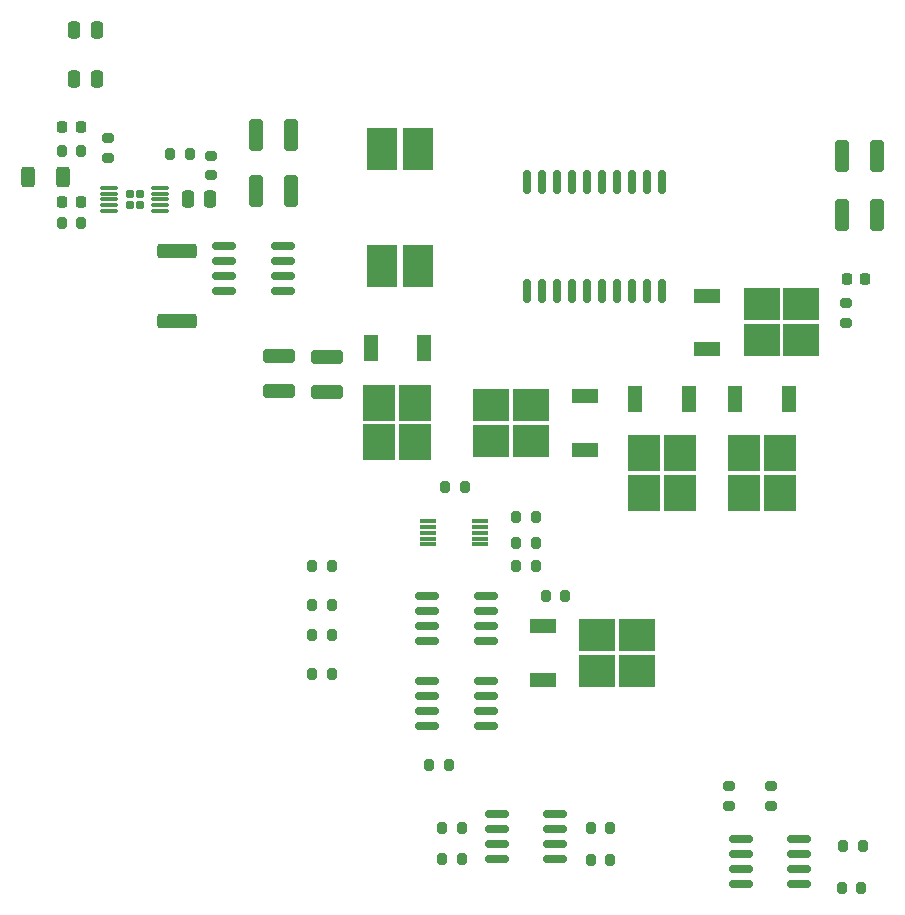
<source format=gbr>
%TF.GenerationSoftware,KiCad,Pcbnew,(6.0.1)*%
%TF.CreationDate,2022-03-29T14:06:02-05:00*%
%TF.ProjectId,power_board,706f7765-725f-4626-9f61-72642e6b6963,rev?*%
%TF.SameCoordinates,Original*%
%TF.FileFunction,Paste,Top*%
%TF.FilePolarity,Positive*%
%FSLAX46Y46*%
G04 Gerber Fmt 4.6, Leading zero omitted, Abs format (unit mm)*
G04 Created by KiCad (PCBNEW (6.0.1)) date 2022-03-29 14:06:02*
%MOMM*%
%LPD*%
G01*
G04 APERTURE LIST*
G04 Aperture macros list*
%AMRoundRect*
0 Rectangle with rounded corners*
0 $1 Rounding radius*
0 $2 $3 $4 $5 $6 $7 $8 $9 X,Y pos of 4 corners*
0 Add a 4 corners polygon primitive as box body*
4,1,4,$2,$3,$4,$5,$6,$7,$8,$9,$2,$3,0*
0 Add four circle primitives for the rounded corners*
1,1,$1+$1,$2,$3*
1,1,$1+$1,$4,$5*
1,1,$1+$1,$6,$7*
1,1,$1+$1,$8,$9*
0 Add four rect primitives between the rounded corners*
20,1,$1+$1,$2,$3,$4,$5,0*
20,1,$1+$1,$4,$5,$6,$7,0*
20,1,$1+$1,$6,$7,$8,$9,0*
20,1,$1+$1,$8,$9,$2,$3,0*%
G04 Aperture macros list end*
%ADD10RoundRect,0.200000X-0.275000X0.200000X-0.275000X-0.200000X0.275000X-0.200000X0.275000X0.200000X0*%
%ADD11RoundRect,0.150000X-0.825000X-0.150000X0.825000X-0.150000X0.825000X0.150000X-0.825000X0.150000X0*%
%ADD12RoundRect,0.250000X-0.325000X-1.100000X0.325000X-1.100000X0.325000X1.100000X-0.325000X1.100000X0*%
%ADD13RoundRect,0.200000X-0.200000X-0.275000X0.200000X-0.275000X0.200000X0.275000X-0.200000X0.275000X0*%
%ADD14RoundRect,0.200000X0.275000X-0.200000X0.275000X0.200000X-0.275000X0.200000X-0.275000X-0.200000X0*%
%ADD15R,2.750000X3.050000*%
%ADD16R,1.200000X2.200000*%
%ADD17RoundRect,0.250000X-1.100000X0.325000X-1.100000X-0.325000X1.100000X-0.325000X1.100000X0.325000X0*%
%ADD18RoundRect,0.200000X0.200000X0.275000X-0.200000X0.275000X-0.200000X-0.275000X0.200000X-0.275000X0*%
%ADD19R,1.400000X0.300000*%
%ADD20R,3.050000X2.750000*%
%ADD21R,2.200000X1.200000*%
%ADD22RoundRect,0.250000X0.250000X0.475000X-0.250000X0.475000X-0.250000X-0.475000X0.250000X-0.475000X0*%
%ADD23RoundRect,0.225000X-0.225000X-0.250000X0.225000X-0.250000X0.225000X0.250000X-0.225000X0.250000X0*%
%ADD24RoundRect,0.250000X-1.425000X0.362500X-1.425000X-0.362500X1.425000X-0.362500X1.425000X0.362500X0*%
%ADD25RoundRect,0.250000X-0.312500X-0.625000X0.312500X-0.625000X0.312500X0.625000X-0.312500X0.625000X0*%
%ADD26RoundRect,0.250000X0.325000X1.100000X-0.325000X1.100000X-0.325000X-1.100000X0.325000X-1.100000X0*%
%ADD27RoundRect,0.250000X-0.250000X-0.475000X0.250000X-0.475000X0.250000X0.475000X-0.250000X0.475000X0*%
%ADD28RoundRect,0.170000X-0.170000X-0.210000X0.170000X-0.210000X0.170000X0.210000X-0.170000X0.210000X0*%
%ADD29RoundRect,0.075000X-0.650000X-0.075000X0.650000X-0.075000X0.650000X0.075000X-0.650000X0.075000X0*%
%ADD30RoundRect,0.225000X0.225000X0.250000X-0.225000X0.250000X-0.225000X-0.250000X0.225000X-0.250000X0*%
%ADD31R,2.540000X3.530600*%
%ADD32RoundRect,0.150000X-0.150000X0.875000X-0.150000X-0.875000X0.150000X-0.875000X0.150000X0.875000X0*%
G04 APERTURE END LIST*
D10*
%TO.C,R23*%
X154000000Y-130375000D03*
X154000000Y-132025000D03*
%TD*%
D11*
%TO.C,Q6*%
X128425000Y-121495000D03*
X128425000Y-122765000D03*
X128425000Y-124035000D03*
X128425000Y-125305000D03*
X133375000Y-125305000D03*
X133375000Y-124035000D03*
X133375000Y-122765000D03*
X133375000Y-121495000D03*
%TD*%
D12*
%TO.C,C22*%
X163525000Y-82000000D03*
X166475000Y-82000000D03*
%TD*%
D13*
%TO.C,R24*%
X163537500Y-138950000D03*
X165187500Y-138950000D03*
%TD*%
%TO.C,R17*%
X118675000Y-111750000D03*
X120325000Y-111750000D03*
%TD*%
D14*
%TO.C,R10*%
X101400000Y-77175000D03*
X101400000Y-75525000D03*
%TD*%
D15*
%TO.C,Q3*%
X146775000Y-102175000D03*
X149825000Y-102175000D03*
X146775000Y-105525000D03*
X149825000Y-105525000D03*
D16*
X150580000Y-97550000D03*
X146020000Y-97550000D03*
%TD*%
D17*
%TO.C,C14*%
X115850000Y-93975000D03*
X115850000Y-96925000D03*
%TD*%
D13*
%TO.C,R19*%
X118675000Y-115050000D03*
X120325000Y-115050000D03*
%TD*%
D11*
%TO.C,Q7*%
X128425000Y-114245000D03*
X128425000Y-115515000D03*
X128425000Y-116785000D03*
X128425000Y-118055000D03*
X133375000Y-118055000D03*
X133375000Y-116785000D03*
X133375000Y-115515000D03*
X133375000Y-114245000D03*
%TD*%
%TO.C,Q5*%
X111225000Y-84595000D03*
X111225000Y-85865000D03*
X111225000Y-87135000D03*
X111225000Y-88405000D03*
X116175000Y-88405000D03*
X116175000Y-87135000D03*
X116175000Y-85865000D03*
X116175000Y-84595000D03*
%TD*%
D18*
%TO.C,R15*%
X137625000Y-109750000D03*
X135975000Y-109750000D03*
%TD*%
D19*
%TO.C,IC1*%
X128500000Y-107900000D03*
X128500000Y-108400000D03*
X128500000Y-108900000D03*
X128500000Y-109400000D03*
X128500000Y-109900000D03*
X132900000Y-109900000D03*
X132900000Y-109400000D03*
X132900000Y-108900000D03*
X132900000Y-108400000D03*
X132900000Y-107900000D03*
%TD*%
D12*
%TO.C,C23*%
X163525000Y-77000000D03*
X166475000Y-77000000D03*
%TD*%
D17*
%TO.C,C15*%
X119910000Y-94015000D03*
X119910000Y-96965000D03*
%TD*%
D12*
%TO.C,C11*%
X113935000Y-79980000D03*
X116885000Y-79980000D03*
%TD*%
D20*
%TO.C,Q1*%
X156725000Y-92625000D03*
X160075000Y-92625000D03*
X156725000Y-89575000D03*
X160075000Y-89575000D03*
D21*
X152100000Y-88820000D03*
X152100000Y-93380000D03*
%TD*%
D18*
%TO.C,R14*%
X137625000Y-111750000D03*
X135975000Y-111750000D03*
%TD*%
D22*
%TO.C,C24*%
X100450000Y-66350000D03*
X98550000Y-66350000D03*
%TD*%
D23*
%TO.C,D1*%
X163925000Y-87400000D03*
X165475000Y-87400000D03*
%TD*%
D13*
%TO.C,R20*%
X118675000Y-117550000D03*
X120325000Y-117550000D03*
%TD*%
D20*
%TO.C,Q4*%
X137175000Y-98125000D03*
X137175000Y-101175000D03*
X133825000Y-98125000D03*
X133825000Y-101175000D03*
D21*
X141800000Y-101930000D03*
X141800000Y-97370000D03*
%TD*%
D24*
%TO.C,R11*%
X107200000Y-85037500D03*
X107200000Y-90962500D03*
%TD*%
D25*
%TO.C,R12*%
X94637500Y-78750000D03*
X97562500Y-78750000D03*
%TD*%
D18*
%TO.C,R9*%
X99135000Y-82720000D03*
X97485000Y-82720000D03*
%TD*%
D13*
%TO.C,R26*%
X128575000Y-128600000D03*
X130225000Y-128600000D03*
%TD*%
D18*
%TO.C,R30*%
X131325000Y-133900000D03*
X129675000Y-133900000D03*
%TD*%
D26*
%TO.C,C10*%
X116875000Y-75250000D03*
X113925000Y-75250000D03*
%TD*%
D22*
%TO.C,C25*%
X100450000Y-70450000D03*
X98550000Y-70450000D03*
%TD*%
D10*
%TO.C,R1*%
X163900000Y-89475000D03*
X163900000Y-91125000D03*
%TD*%
D18*
%TO.C,R16*%
X137625000Y-107600000D03*
X135975000Y-107600000D03*
%TD*%
D13*
%TO.C,R32*%
X142275000Y-136600000D03*
X143925000Y-136600000D03*
%TD*%
D20*
%TO.C,Q8*%
X146175000Y-120625000D03*
X142825000Y-117575000D03*
X142825000Y-120625000D03*
X146175000Y-117575000D03*
D21*
X138200000Y-116820000D03*
X138200000Y-121380000D03*
%TD*%
D27*
%TO.C,C9*%
X108150000Y-80650000D03*
X110050000Y-80650000D03*
%TD*%
D28*
%TO.C,U5*%
X104070000Y-81160000D03*
X104070000Y-80220000D03*
X103230000Y-80220000D03*
X103230000Y-81160000D03*
D29*
X101500000Y-79690000D03*
X101500000Y-80190000D03*
X101500000Y-80690000D03*
X101500000Y-81190000D03*
X101500000Y-81690000D03*
X105800000Y-81690000D03*
X105800000Y-81190000D03*
X105800000Y-80690000D03*
X105800000Y-80190000D03*
X105800000Y-79690000D03*
%TD*%
D11*
%TO.C,Q10*%
X134325000Y-132695000D03*
X134325000Y-133965000D03*
X134325000Y-135235000D03*
X134325000Y-136505000D03*
X139275000Y-136505000D03*
X139275000Y-135235000D03*
X139275000Y-133965000D03*
X139275000Y-132695000D03*
%TD*%
D18*
%TO.C,R2*%
X131585000Y-105000000D03*
X129935000Y-105000000D03*
%TD*%
D15*
%TO.C,D9*%
X124375000Y-97895000D03*
X127425000Y-97895000D03*
X124375000Y-101245000D03*
X127425000Y-101245000D03*
D16*
X128180000Y-93270000D03*
X123620000Y-93270000D03*
%TD*%
D13*
%TO.C,R33*%
X142275000Y-133900000D03*
X143925000Y-133900000D03*
%TD*%
D30*
%TO.C,C8*%
X99075000Y-74550000D03*
X97525000Y-74550000D03*
%TD*%
D13*
%TO.C,R27*%
X138475000Y-114300000D03*
X140125000Y-114300000D03*
%TD*%
D31*
%TO.C,L3*%
X127611300Y-76409700D03*
X124588700Y-76409700D03*
X124588700Y-86290300D03*
X127611300Y-86290300D03*
%TD*%
D32*
%TO.C,U6*%
X148325000Y-79170000D03*
X147055000Y-79170000D03*
X145785000Y-79170000D03*
X144515000Y-79170000D03*
X143245000Y-79170000D03*
X141975000Y-79170000D03*
X140705000Y-79170000D03*
X139435000Y-79170000D03*
X138165000Y-79170000D03*
X136895000Y-79170000D03*
X136895000Y-88470000D03*
X138165000Y-88470000D03*
X139435000Y-88470000D03*
X140705000Y-88470000D03*
X141975000Y-88470000D03*
X143245000Y-88470000D03*
X144515000Y-88470000D03*
X145785000Y-88470000D03*
X147055000Y-88470000D03*
X148325000Y-88470000D03*
%TD*%
D15*
%TO.C,Q2*%
X158325000Y-105525000D03*
X158325000Y-102175000D03*
X155275000Y-102175000D03*
X155275000Y-105525000D03*
D16*
X159080000Y-97550000D03*
X154520000Y-97550000D03*
%TD*%
D13*
%TO.C,R25*%
X163625000Y-135450000D03*
X165275000Y-135450000D03*
%TD*%
D30*
%TO.C,C7*%
X99085000Y-80910000D03*
X97535000Y-80910000D03*
%TD*%
D14*
%TO.C,R8*%
X110110000Y-78655000D03*
X110110000Y-77005000D03*
%TD*%
D18*
%TO.C,R13*%
X99125000Y-76550000D03*
X97475000Y-76550000D03*
%TD*%
D11*
%TO.C,Q9*%
X154975000Y-134845000D03*
X154975000Y-136115000D03*
X154975000Y-137385000D03*
X154975000Y-138655000D03*
X159925000Y-138655000D03*
X159925000Y-137385000D03*
X159925000Y-136115000D03*
X159925000Y-134845000D03*
%TD*%
D13*
%TO.C,R18*%
X118675000Y-120850000D03*
X120325000Y-120850000D03*
%TD*%
D18*
%TO.C,R31*%
X131325000Y-136500000D03*
X129675000Y-136500000D03*
%TD*%
D13*
%TO.C,R7*%
X106665000Y-76870000D03*
X108315000Y-76870000D03*
%TD*%
D10*
%TO.C,R22*%
X157500000Y-130375000D03*
X157500000Y-132025000D03*
%TD*%
M02*

</source>
